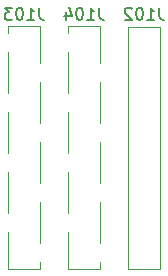
<source format=gbo>
G04 #@! TF.GenerationSoftware,KiCad,Pcbnew,9.0.6*
G04 #@! TF.CreationDate,2026-01-05T14:24:44-06:00*
G04 #@! TF.ProjectId,SOIC-16_3.9x9.9_P1.27,534f4943-2d31-4365-9f33-2e3978392e39,rev?*
G04 #@! TF.SameCoordinates,Original*
G04 #@! TF.FileFunction,Legend,Bot*
G04 #@! TF.FilePolarity,Positive*
%FSLAX46Y46*%
G04 Gerber Fmt 4.6, Leading zero omitted, Abs format (unit mm)*
G04 Created by KiCad (PCBNEW 9.0.6) date 2026-01-05 14:24:44*
%MOMM*%
%LPD*%
G01*
G04 APERTURE LIST*
%ADD10C,0.150000*%
%ADD11C,0.120000*%
%ADD12R,2.510000X1.000000*%
%ADD13C,1.700000*%
%ADD14R,1.700000X1.700000*%
G04 APERTURE END LIST*
D10*
X130571714Y-86970819D02*
X130571714Y-87685104D01*
X130571714Y-87685104D02*
X130619333Y-87827961D01*
X130619333Y-87827961D02*
X130714571Y-87923200D01*
X130714571Y-87923200D02*
X130857428Y-87970819D01*
X130857428Y-87970819D02*
X130952666Y-87970819D01*
X129571714Y-87970819D02*
X130143142Y-87970819D01*
X129857428Y-87970819D02*
X129857428Y-86970819D01*
X129857428Y-86970819D02*
X129952666Y-87113676D01*
X129952666Y-87113676D02*
X130047904Y-87208914D01*
X130047904Y-87208914D02*
X130143142Y-87256533D01*
X128952666Y-86970819D02*
X128857428Y-86970819D01*
X128857428Y-86970819D02*
X128762190Y-87018438D01*
X128762190Y-87018438D02*
X128714571Y-87066057D01*
X128714571Y-87066057D02*
X128666952Y-87161295D01*
X128666952Y-87161295D02*
X128619333Y-87351771D01*
X128619333Y-87351771D02*
X128619333Y-87589866D01*
X128619333Y-87589866D02*
X128666952Y-87780342D01*
X128666952Y-87780342D02*
X128714571Y-87875580D01*
X128714571Y-87875580D02*
X128762190Y-87923200D01*
X128762190Y-87923200D02*
X128857428Y-87970819D01*
X128857428Y-87970819D02*
X128952666Y-87970819D01*
X128952666Y-87970819D02*
X129047904Y-87923200D01*
X129047904Y-87923200D02*
X129095523Y-87875580D01*
X129095523Y-87875580D02*
X129143142Y-87780342D01*
X129143142Y-87780342D02*
X129190761Y-87589866D01*
X129190761Y-87589866D02*
X129190761Y-87351771D01*
X129190761Y-87351771D02*
X129143142Y-87161295D01*
X129143142Y-87161295D02*
X129095523Y-87066057D01*
X129095523Y-87066057D02*
X129047904Y-87018438D01*
X129047904Y-87018438D02*
X128952666Y-86970819D01*
X127762190Y-87304152D02*
X127762190Y-87970819D01*
X128000285Y-86923200D02*
X128238380Y-87637485D01*
X128238380Y-87637485D02*
X127619333Y-87637485D01*
X125491714Y-86970819D02*
X125491714Y-87685104D01*
X125491714Y-87685104D02*
X125539333Y-87827961D01*
X125539333Y-87827961D02*
X125634571Y-87923200D01*
X125634571Y-87923200D02*
X125777428Y-87970819D01*
X125777428Y-87970819D02*
X125872666Y-87970819D01*
X124491714Y-87970819D02*
X125063142Y-87970819D01*
X124777428Y-87970819D02*
X124777428Y-86970819D01*
X124777428Y-86970819D02*
X124872666Y-87113676D01*
X124872666Y-87113676D02*
X124967904Y-87208914D01*
X124967904Y-87208914D02*
X125063142Y-87256533D01*
X123872666Y-86970819D02*
X123777428Y-86970819D01*
X123777428Y-86970819D02*
X123682190Y-87018438D01*
X123682190Y-87018438D02*
X123634571Y-87066057D01*
X123634571Y-87066057D02*
X123586952Y-87161295D01*
X123586952Y-87161295D02*
X123539333Y-87351771D01*
X123539333Y-87351771D02*
X123539333Y-87589866D01*
X123539333Y-87589866D02*
X123586952Y-87780342D01*
X123586952Y-87780342D02*
X123634571Y-87875580D01*
X123634571Y-87875580D02*
X123682190Y-87923200D01*
X123682190Y-87923200D02*
X123777428Y-87970819D01*
X123777428Y-87970819D02*
X123872666Y-87970819D01*
X123872666Y-87970819D02*
X123967904Y-87923200D01*
X123967904Y-87923200D02*
X124015523Y-87875580D01*
X124015523Y-87875580D02*
X124063142Y-87780342D01*
X124063142Y-87780342D02*
X124110761Y-87589866D01*
X124110761Y-87589866D02*
X124110761Y-87351771D01*
X124110761Y-87351771D02*
X124063142Y-87161295D01*
X124063142Y-87161295D02*
X124015523Y-87066057D01*
X124015523Y-87066057D02*
X123967904Y-87018438D01*
X123967904Y-87018438D02*
X123872666Y-86970819D01*
X123205999Y-86970819D02*
X122586952Y-86970819D01*
X122586952Y-86970819D02*
X122920285Y-87351771D01*
X122920285Y-87351771D02*
X122777428Y-87351771D01*
X122777428Y-87351771D02*
X122682190Y-87399390D01*
X122682190Y-87399390D02*
X122634571Y-87447009D01*
X122634571Y-87447009D02*
X122586952Y-87542247D01*
X122586952Y-87542247D02*
X122586952Y-87780342D01*
X122586952Y-87780342D02*
X122634571Y-87875580D01*
X122634571Y-87875580D02*
X122682190Y-87923200D01*
X122682190Y-87923200D02*
X122777428Y-87970819D01*
X122777428Y-87970819D02*
X123063142Y-87970819D01*
X123063142Y-87970819D02*
X123158380Y-87923200D01*
X123158380Y-87923200D02*
X123205999Y-87875580D01*
X135651714Y-86970819D02*
X135651714Y-87685104D01*
X135651714Y-87685104D02*
X135699333Y-87827961D01*
X135699333Y-87827961D02*
X135794571Y-87923200D01*
X135794571Y-87923200D02*
X135937428Y-87970819D01*
X135937428Y-87970819D02*
X136032666Y-87970819D01*
X134651714Y-87970819D02*
X135223142Y-87970819D01*
X134937428Y-87970819D02*
X134937428Y-86970819D01*
X134937428Y-86970819D02*
X135032666Y-87113676D01*
X135032666Y-87113676D02*
X135127904Y-87208914D01*
X135127904Y-87208914D02*
X135223142Y-87256533D01*
X134032666Y-86970819D02*
X133937428Y-86970819D01*
X133937428Y-86970819D02*
X133842190Y-87018438D01*
X133842190Y-87018438D02*
X133794571Y-87066057D01*
X133794571Y-87066057D02*
X133746952Y-87161295D01*
X133746952Y-87161295D02*
X133699333Y-87351771D01*
X133699333Y-87351771D02*
X133699333Y-87589866D01*
X133699333Y-87589866D02*
X133746952Y-87780342D01*
X133746952Y-87780342D02*
X133794571Y-87875580D01*
X133794571Y-87875580D02*
X133842190Y-87923200D01*
X133842190Y-87923200D02*
X133937428Y-87970819D01*
X133937428Y-87970819D02*
X134032666Y-87970819D01*
X134032666Y-87970819D02*
X134127904Y-87923200D01*
X134127904Y-87923200D02*
X134175523Y-87875580D01*
X134175523Y-87875580D02*
X134223142Y-87780342D01*
X134223142Y-87780342D02*
X134270761Y-87589866D01*
X134270761Y-87589866D02*
X134270761Y-87351771D01*
X134270761Y-87351771D02*
X134223142Y-87161295D01*
X134223142Y-87161295D02*
X134175523Y-87066057D01*
X134175523Y-87066057D02*
X134127904Y-87018438D01*
X134127904Y-87018438D02*
X134032666Y-86970819D01*
X133318380Y-87066057D02*
X133270761Y-87018438D01*
X133270761Y-87018438D02*
X133175523Y-86970819D01*
X133175523Y-86970819D02*
X132937428Y-86970819D01*
X132937428Y-86970819D02*
X132842190Y-87018438D01*
X132842190Y-87018438D02*
X132794571Y-87066057D01*
X132794571Y-87066057D02*
X132746952Y-87161295D01*
X132746952Y-87161295D02*
X132746952Y-87256533D01*
X132746952Y-87256533D02*
X132794571Y-87399390D01*
X132794571Y-87399390D02*
X133365999Y-87970819D01*
X133365999Y-87970819D02*
X132746952Y-87970819D01*
D11*
X130666000Y-88516000D02*
X130666000Y-91626000D01*
X130666000Y-88516000D02*
X127906000Y-88516000D01*
X130666000Y-89086000D02*
X130666000Y-91626000D01*
X130666000Y-93246000D02*
X130666000Y-96706000D01*
X130666000Y-98326000D02*
X130666000Y-101786000D01*
X130666000Y-103406000D02*
X130666000Y-106866000D01*
X130666000Y-108486000D02*
X130666000Y-109056000D01*
X130666000Y-109056000D02*
X127906000Y-109056000D01*
X127906000Y-88516000D02*
X127906000Y-89086000D01*
X127906000Y-90706000D02*
X127906000Y-94166000D01*
X127906000Y-95786000D02*
X127906000Y-99246000D01*
X127906000Y-100866000D02*
X127906000Y-104326000D01*
X127906000Y-105946000D02*
X127906000Y-109056000D01*
X125586000Y-88516000D02*
X125586000Y-91626000D01*
X125586000Y-88516000D02*
X122826000Y-88516000D01*
X125586000Y-89086000D02*
X125586000Y-91626000D01*
X125586000Y-93246000D02*
X125586000Y-96706000D01*
X125586000Y-98326000D02*
X125586000Y-101786000D01*
X125586000Y-103406000D02*
X125586000Y-106866000D01*
X125586000Y-108486000D02*
X125586000Y-109056000D01*
X125586000Y-109056000D02*
X122826000Y-109056000D01*
X122826000Y-88516000D02*
X122826000Y-89086000D01*
X122826000Y-90706000D02*
X122826000Y-94166000D01*
X122826000Y-95786000D02*
X122826000Y-99246000D01*
X122826000Y-100866000D02*
X122826000Y-104326000D01*
X122826000Y-105946000D02*
X122826000Y-109056000D01*
X132986000Y-88626000D02*
X132986001Y-109056000D01*
X135745999Y-109056000D02*
X132986001Y-109056000D01*
X135746000Y-88626000D02*
X132986000Y-88626000D01*
X135746000Y-88626000D02*
X135745999Y-109056000D01*
%LPC*%
D12*
X127631000Y-89896000D03*
X130941000Y-92436000D03*
X127631000Y-94976000D03*
X130941000Y-97516000D03*
X127631000Y-100056000D03*
X130941000Y-102596000D03*
X127631000Y-105136000D03*
X130941000Y-107676000D03*
X122551000Y-89896000D03*
X125861000Y-92436000D03*
X122551000Y-94976000D03*
X125861000Y-97516000D03*
X122551000Y-100056000D03*
X125861000Y-102596000D03*
X122551000Y-105136000D03*
X125861000Y-107676000D03*
D13*
X134366000Y-107676001D03*
X134366000Y-105136000D03*
X134366000Y-102596000D03*
X134366000Y-100056000D03*
X134366000Y-97516000D03*
X134366000Y-94975999D03*
X134366000Y-92436000D03*
X134366000Y-89896000D03*
D14*
X119126000Y-89896000D03*
D13*
X119126000Y-92436000D03*
X119126000Y-94976000D03*
X119126000Y-97516000D03*
X119126000Y-100056000D03*
X119126000Y-102596000D03*
X119126000Y-105136000D03*
X119126000Y-107676000D03*
%LPD*%
M02*

</source>
